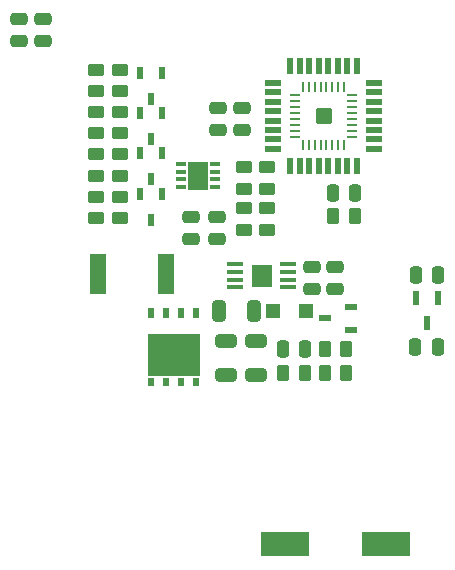
<source format=gbr>
%TF.GenerationSoftware,KiCad,Pcbnew,(6.0.10)*%
%TF.CreationDate,2023-05-23T19:13:15+02:00*%
%TF.ProjectId,AxxSolder,41787853-6f6c-4646-9572-2e6b69636164,rev?*%
%TF.SameCoordinates,Original*%
%TF.FileFunction,Paste,Bot*%
%TF.FilePolarity,Positive*%
%FSLAX46Y46*%
G04 Gerber Fmt 4.6, Leading zero omitted, Abs format (unit mm)*
G04 Created by KiCad (PCBNEW (6.0.10)) date 2023-05-23 19:13:15*
%MOMM*%
%LPD*%
G01*
G04 APERTURE LIST*
G04 Aperture macros list*
%AMRoundRect*
0 Rectangle with rounded corners*
0 $1 Rounding radius*
0 $2 $3 $4 $5 $6 $7 $8 $9 X,Y pos of 4 corners*
0 Add a 4 corners polygon primitive as box body*
4,1,4,$2,$3,$4,$5,$6,$7,$8,$9,$2,$3,0*
0 Add four circle primitives for the rounded corners*
1,1,$1+$1,$2,$3*
1,1,$1+$1,$4,$5*
1,1,$1+$1,$6,$7*
1,1,$1+$1,$8,$9*
0 Add four rect primitives between the rounded corners*
20,1,$1+$1,$2,$3,$4,$5,0*
20,1,$1+$1,$4,$5,$6,$7,0*
20,1,$1+$1,$6,$7,$8,$9,0*
20,1,$1+$1,$8,$9,$2,$3,0*%
G04 Aperture macros list end*
%ADD10R,0.600000X1.050000*%
%ADD11R,1.450000X3.450000*%
%ADD12RoundRect,0.250000X0.475000X-0.250000X0.475000X0.250000X-0.475000X0.250000X-0.475000X-0.250000X0*%
%ADD13RoundRect,0.250000X-0.450000X0.262500X-0.450000X-0.262500X0.450000X-0.262500X0.450000X0.262500X0*%
%ADD14RoundRect,0.250000X0.450000X-0.262500X0.450000X0.262500X-0.450000X0.262500X-0.450000X-0.262500X0*%
%ADD15RoundRect,0.250000X0.250000X0.475000X-0.250000X0.475000X-0.250000X-0.475000X0.250000X-0.475000X0*%
%ADD16RoundRect,0.250000X0.650000X-0.325000X0.650000X0.325000X-0.650000X0.325000X-0.650000X-0.325000X0*%
%ADD17RoundRect,0.250000X-0.250000X-0.475000X0.250000X-0.475000X0.250000X0.475000X-0.250000X0.475000X0*%
%ADD18RoundRect,0.250000X-0.475000X0.250000X-0.475000X-0.250000X0.475000X-0.250000X0.475000X0.250000X0*%
%ADD19RoundRect,0.250000X-0.262500X-0.450000X0.262500X-0.450000X0.262500X0.450000X-0.262500X0.450000X0*%
%ADD20R,1.050000X0.600000*%
%ADD21R,0.600000X1.250000*%
%ADD22R,1.200000X1.200000*%
%ADD23R,1.425000X0.450000*%
%ADD24R,1.680000X1.880000*%
%ADD25RoundRect,0.250000X-0.325000X-0.650000X0.325000X-0.650000X0.325000X0.650000X-0.325000X0.650000X0*%
%ADD26RoundRect,0.250000X0.455000X-0.455000X0.455000X0.455000X-0.455000X0.455000X-0.455000X-0.455000X0*%
%ADD27RoundRect,0.062500X0.062500X-0.375000X0.062500X0.375000X-0.062500X0.375000X-0.062500X-0.375000X0*%
%ADD28RoundRect,0.062500X0.375000X-0.062500X0.375000X0.062500X-0.375000X0.062500X-0.375000X-0.062500X0*%
%ADD29R,0.850000X0.350000*%
%ADD30R,1.700000X2.450000*%
%ADD31R,0.500000X0.925000*%
%ADD32R,0.600000X0.800000*%
%ADD33R,4.410000X3.655000*%
%ADD34R,4.150000X2.100000*%
%ADD35R,0.600000X1.475000*%
%ADD36R,1.475000X0.600000*%
G04 APERTURE END LIST*
D10*
%TO.C,D3*%
X109950000Y-69525000D03*
X111850000Y-69525000D03*
X110900000Y-71725000D03*
%TD*%
D11*
%TO.C,R10*%
X112200000Y-83100000D03*
X106400000Y-83100000D03*
%TD*%
D12*
%TO.C,C1*%
X126500000Y-84450000D03*
X126500000Y-82550000D03*
%TD*%
D13*
%TO.C,R6*%
X108250000Y-69387500D03*
X108250000Y-71212500D03*
%TD*%
%TO.C,R21*%
X108250000Y-76587500D03*
X108250000Y-78412500D03*
%TD*%
D14*
%TO.C,R19*%
X106250000Y-74812500D03*
X106250000Y-72987500D03*
%TD*%
D15*
%TO.C,C3*%
X123950000Y-89500000D03*
X122050000Y-89500000D03*
%TD*%
D16*
%TO.C,C17*%
X119750000Y-91725000D03*
X119750000Y-88775000D03*
%TD*%
D14*
%TO.C,R20*%
X106250000Y-78412500D03*
X106250000Y-76587500D03*
%TD*%
D17*
%TO.C,C5*%
X133300000Y-83250000D03*
X135200000Y-83250000D03*
%TD*%
D18*
%TO.C,C14*%
X101750000Y-61550000D03*
X101750000Y-63450000D03*
%TD*%
%TO.C,C16*%
X116500000Y-78300000D03*
X116500000Y-80200000D03*
%TD*%
D19*
%TO.C,R2*%
X122087500Y-91500000D03*
X123912500Y-91500000D03*
%TD*%
%TO.C,R3*%
X125587500Y-91500000D03*
X127412500Y-91500000D03*
%TD*%
D20*
%TO.C,D12*%
X127800000Y-85950000D03*
X127800000Y-87850000D03*
X125600000Y-86900000D03*
%TD*%
D10*
%TO.C,D1*%
X109950000Y-66150000D03*
X111850000Y-66150000D03*
X110900000Y-68350000D03*
%TD*%
D14*
%TO.C,R8*%
X106250000Y-67662500D03*
X106250000Y-65837500D03*
%TD*%
D16*
%TO.C,C18*%
X117250000Y-91725000D03*
X117250000Y-88775000D03*
%TD*%
D14*
%TO.C,R22*%
X108250000Y-74812500D03*
X108250000Y-72987500D03*
%TD*%
D21*
%TO.C,IC3*%
X133300000Y-85200000D03*
X135200000Y-85200000D03*
X134250000Y-87300000D03*
%TD*%
D14*
%TO.C,R26*%
X120750000Y-79412500D03*
X120750000Y-77587500D03*
%TD*%
D13*
%TO.C,R23*%
X120750000Y-74087500D03*
X120750000Y-75912500D03*
%TD*%
D14*
%TO.C,R5*%
X108250000Y-67662500D03*
X108250000Y-65837500D03*
%TD*%
D18*
%TO.C,C11*%
X118600000Y-69050000D03*
X118600000Y-70950000D03*
%TD*%
D22*
%TO.C,D2*%
X121200000Y-86250000D03*
X124000000Y-86250000D03*
%TD*%
D10*
%TO.C,D5*%
X109950000Y-72925000D03*
X111850000Y-72925000D03*
X110900000Y-75125000D03*
%TD*%
D23*
%TO.C,IC1*%
X122462000Y-82325000D03*
X122462000Y-82975000D03*
X122462000Y-83625000D03*
X122462000Y-84275000D03*
X118038000Y-84275000D03*
X118038000Y-83625000D03*
X118038000Y-82975000D03*
X118038000Y-82325000D03*
D24*
X120250000Y-83300000D03*
%TD*%
D25*
%TO.C,C4*%
X116625000Y-86300000D03*
X119575000Y-86300000D03*
%TD*%
D13*
%TO.C,R24*%
X118750000Y-77587500D03*
X118750000Y-79412500D03*
%TD*%
D26*
%TO.C,IC5*%
X125500000Y-69750000D03*
D27*
X127250000Y-72187500D03*
X126750000Y-72187500D03*
X126250000Y-72187500D03*
X125750000Y-72187500D03*
X125250000Y-72187500D03*
X124750000Y-72187500D03*
X124250000Y-72187500D03*
X123750000Y-72187500D03*
D28*
X123062500Y-71500000D03*
X123062500Y-71000000D03*
X123062500Y-70500000D03*
X123062500Y-70000000D03*
X123062500Y-69500000D03*
X123062500Y-69000000D03*
X123062500Y-68500000D03*
X123062500Y-68000000D03*
D27*
X123750000Y-67312500D03*
X124250000Y-67312500D03*
X124750000Y-67312500D03*
X125250000Y-67312500D03*
X125750000Y-67312500D03*
X126250000Y-67312500D03*
X126750000Y-67312500D03*
X127250000Y-67312500D03*
D28*
X127937500Y-68000000D03*
X127937500Y-68500000D03*
X127937500Y-69000000D03*
X127937500Y-69500000D03*
X127937500Y-70000000D03*
X127937500Y-70500000D03*
X127937500Y-71000000D03*
X127937500Y-71500000D03*
%TD*%
D15*
%TO.C,C7*%
X128200000Y-76250000D03*
X126300000Y-76250000D03*
%TD*%
D13*
%TO.C,R9*%
X106250000Y-69387500D03*
X106250000Y-71212500D03*
%TD*%
D18*
%TO.C,C21*%
X99750000Y-61550000D03*
X99750000Y-63450000D03*
%TD*%
D19*
%TO.C,R15*%
X126337500Y-78250000D03*
X128162500Y-78250000D03*
%TD*%
%TO.C,R1*%
X125587500Y-89500000D03*
X127412500Y-89500000D03*
%TD*%
D29*
%TO.C,IC4*%
X113450000Y-75775000D03*
X113450000Y-75125000D03*
X113450000Y-74475000D03*
X113450000Y-73825000D03*
X116350000Y-73825000D03*
X116350000Y-74475000D03*
X116350000Y-75125000D03*
X116350000Y-75775000D03*
D30*
X114900000Y-74800000D03*
%TD*%
D13*
%TO.C,R25*%
X118750000Y-74087500D03*
X118750000Y-75912500D03*
%TD*%
D18*
%TO.C,C12*%
X116600000Y-69050000D03*
X116600000Y-70950000D03*
%TD*%
D31*
%TO.C,Q1*%
X110895000Y-86472500D03*
X113435000Y-86472500D03*
X112165000Y-86472500D03*
X114705000Y-86472500D03*
D32*
X112165000Y-92262500D03*
X110895000Y-92262500D03*
X114705000Y-92262500D03*
D33*
X112800000Y-90037500D03*
D32*
X113435000Y-92262500D03*
%TD*%
D12*
%TO.C,C2*%
X124500000Y-84450000D03*
X124500000Y-82550000D03*
%TD*%
D34*
%TO.C,C23*%
X130750000Y-106000000D03*
X122250000Y-106000000D03*
%TD*%
D10*
%TO.C,D6*%
X109950000Y-76375000D03*
X111850000Y-76375000D03*
X110900000Y-78575000D03*
%TD*%
D15*
%TO.C,C20*%
X135150000Y-89300000D03*
X133250000Y-89300000D03*
%TD*%
D18*
%TO.C,C15*%
X114250000Y-78300000D03*
X114250000Y-80200000D03*
%TD*%
D35*
%TO.C,IC2*%
X128300000Y-73988000D03*
X127500000Y-73988000D03*
X126700000Y-73988000D03*
X125900000Y-73988000D03*
X125100000Y-73988000D03*
X124300000Y-73988000D03*
X123500000Y-73988000D03*
X122700000Y-73988000D03*
D36*
X121262000Y-72550000D03*
X121262000Y-71750000D03*
X121262000Y-70950000D03*
X121262000Y-70150000D03*
X121262000Y-69350000D03*
X121262000Y-68550000D03*
X121262000Y-67750000D03*
X121262000Y-66950000D03*
D35*
X122700000Y-65512000D03*
X123500000Y-65512000D03*
X124300000Y-65512000D03*
X125100000Y-65512000D03*
X125900000Y-65512000D03*
X126700000Y-65512000D03*
X127500000Y-65512000D03*
X128300000Y-65512000D03*
D36*
X129738000Y-66950000D03*
X129738000Y-67750000D03*
X129738000Y-68550000D03*
X129738000Y-69350000D03*
X129738000Y-70150000D03*
X129738000Y-70950000D03*
X129738000Y-71750000D03*
X129738000Y-72550000D03*
%TD*%
M02*

</source>
